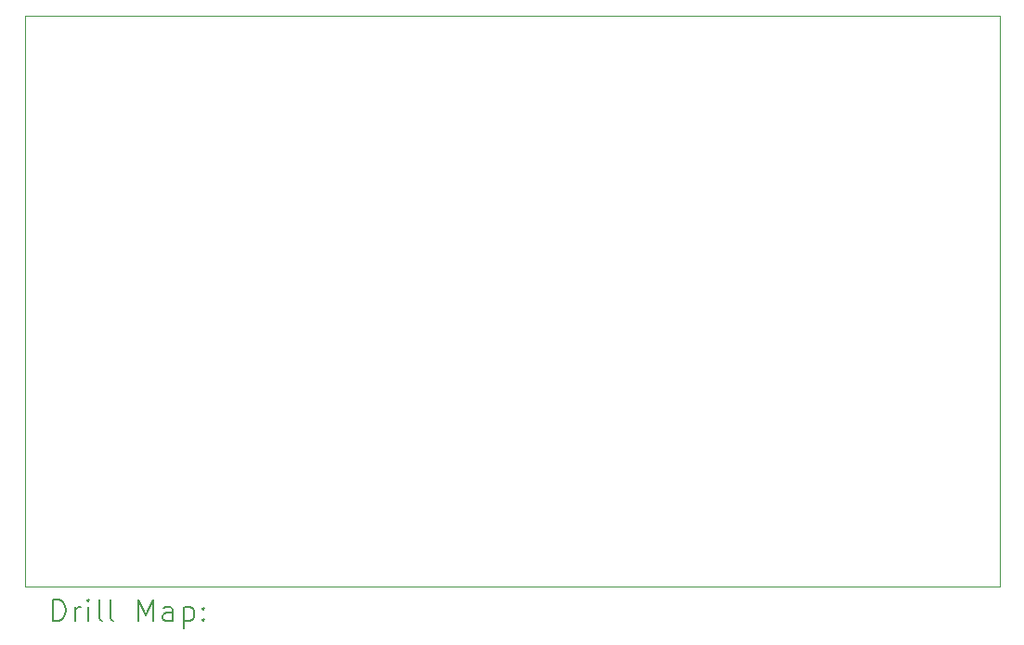
<source format=gbr>
%TF.GenerationSoftware,KiCad,Pcbnew,8.0.3*%
%TF.CreationDate,2024-07-19T22:04:13-04:00*%
%TF.ProjectId,CCPPowerBoard,43435050-6f77-4657-9242-6f6172642e6b,rev?*%
%TF.SameCoordinates,Original*%
%TF.FileFunction,Drillmap*%
%TF.FilePolarity,Positive*%
%FSLAX45Y45*%
G04 Gerber Fmt 4.5, Leading zero omitted, Abs format (unit mm)*
G04 Created by KiCad (PCBNEW 8.0.3) date 2024-07-19 22:04:13*
%MOMM*%
%LPD*%
G01*
G04 APERTURE LIST*
%ADD10C,0.050000*%
%ADD11C,0.200000*%
G04 APERTURE END LIST*
D10*
X6840000Y-5330000D02*
X15730000Y-5330000D01*
X15730000Y-10540000D01*
X6840000Y-10540000D01*
X6840000Y-5330000D01*
D11*
X7098277Y-10853984D02*
X7098277Y-10653984D01*
X7098277Y-10653984D02*
X7145896Y-10653984D01*
X7145896Y-10653984D02*
X7174467Y-10663508D01*
X7174467Y-10663508D02*
X7193515Y-10682555D01*
X7193515Y-10682555D02*
X7203039Y-10701603D01*
X7203039Y-10701603D02*
X7212562Y-10739698D01*
X7212562Y-10739698D02*
X7212562Y-10768270D01*
X7212562Y-10768270D02*
X7203039Y-10806365D01*
X7203039Y-10806365D02*
X7193515Y-10825412D01*
X7193515Y-10825412D02*
X7174467Y-10844460D01*
X7174467Y-10844460D02*
X7145896Y-10853984D01*
X7145896Y-10853984D02*
X7098277Y-10853984D01*
X7298277Y-10853984D02*
X7298277Y-10720650D01*
X7298277Y-10758746D02*
X7307801Y-10739698D01*
X7307801Y-10739698D02*
X7317324Y-10730174D01*
X7317324Y-10730174D02*
X7336372Y-10720650D01*
X7336372Y-10720650D02*
X7355420Y-10720650D01*
X7422086Y-10853984D02*
X7422086Y-10720650D01*
X7422086Y-10653984D02*
X7412562Y-10663508D01*
X7412562Y-10663508D02*
X7422086Y-10673031D01*
X7422086Y-10673031D02*
X7431610Y-10663508D01*
X7431610Y-10663508D02*
X7422086Y-10653984D01*
X7422086Y-10653984D02*
X7422086Y-10673031D01*
X7545896Y-10853984D02*
X7526848Y-10844460D01*
X7526848Y-10844460D02*
X7517324Y-10825412D01*
X7517324Y-10825412D02*
X7517324Y-10653984D01*
X7650658Y-10853984D02*
X7631610Y-10844460D01*
X7631610Y-10844460D02*
X7622086Y-10825412D01*
X7622086Y-10825412D02*
X7622086Y-10653984D01*
X7879229Y-10853984D02*
X7879229Y-10653984D01*
X7879229Y-10653984D02*
X7945896Y-10796841D01*
X7945896Y-10796841D02*
X8012562Y-10653984D01*
X8012562Y-10653984D02*
X8012562Y-10853984D01*
X8193515Y-10853984D02*
X8193515Y-10749222D01*
X8193515Y-10749222D02*
X8183991Y-10730174D01*
X8183991Y-10730174D02*
X8164943Y-10720650D01*
X8164943Y-10720650D02*
X8126848Y-10720650D01*
X8126848Y-10720650D02*
X8107801Y-10730174D01*
X8193515Y-10844460D02*
X8174467Y-10853984D01*
X8174467Y-10853984D02*
X8126848Y-10853984D01*
X8126848Y-10853984D02*
X8107801Y-10844460D01*
X8107801Y-10844460D02*
X8098277Y-10825412D01*
X8098277Y-10825412D02*
X8098277Y-10806365D01*
X8098277Y-10806365D02*
X8107801Y-10787317D01*
X8107801Y-10787317D02*
X8126848Y-10777793D01*
X8126848Y-10777793D02*
X8174467Y-10777793D01*
X8174467Y-10777793D02*
X8193515Y-10768270D01*
X8288753Y-10720650D02*
X8288753Y-10920650D01*
X8288753Y-10730174D02*
X8307801Y-10720650D01*
X8307801Y-10720650D02*
X8345896Y-10720650D01*
X8345896Y-10720650D02*
X8364943Y-10730174D01*
X8364943Y-10730174D02*
X8374467Y-10739698D01*
X8374467Y-10739698D02*
X8383991Y-10758746D01*
X8383991Y-10758746D02*
X8383991Y-10815889D01*
X8383991Y-10815889D02*
X8374467Y-10834936D01*
X8374467Y-10834936D02*
X8364943Y-10844460D01*
X8364943Y-10844460D02*
X8345896Y-10853984D01*
X8345896Y-10853984D02*
X8307801Y-10853984D01*
X8307801Y-10853984D02*
X8288753Y-10844460D01*
X8469705Y-10834936D02*
X8479229Y-10844460D01*
X8479229Y-10844460D02*
X8469705Y-10853984D01*
X8469705Y-10853984D02*
X8460182Y-10844460D01*
X8460182Y-10844460D02*
X8469705Y-10834936D01*
X8469705Y-10834936D02*
X8469705Y-10853984D01*
X8469705Y-10730174D02*
X8479229Y-10739698D01*
X8479229Y-10739698D02*
X8469705Y-10749222D01*
X8469705Y-10749222D02*
X8460182Y-10739698D01*
X8460182Y-10739698D02*
X8469705Y-10730174D01*
X8469705Y-10730174D02*
X8469705Y-10749222D01*
M02*

</source>
